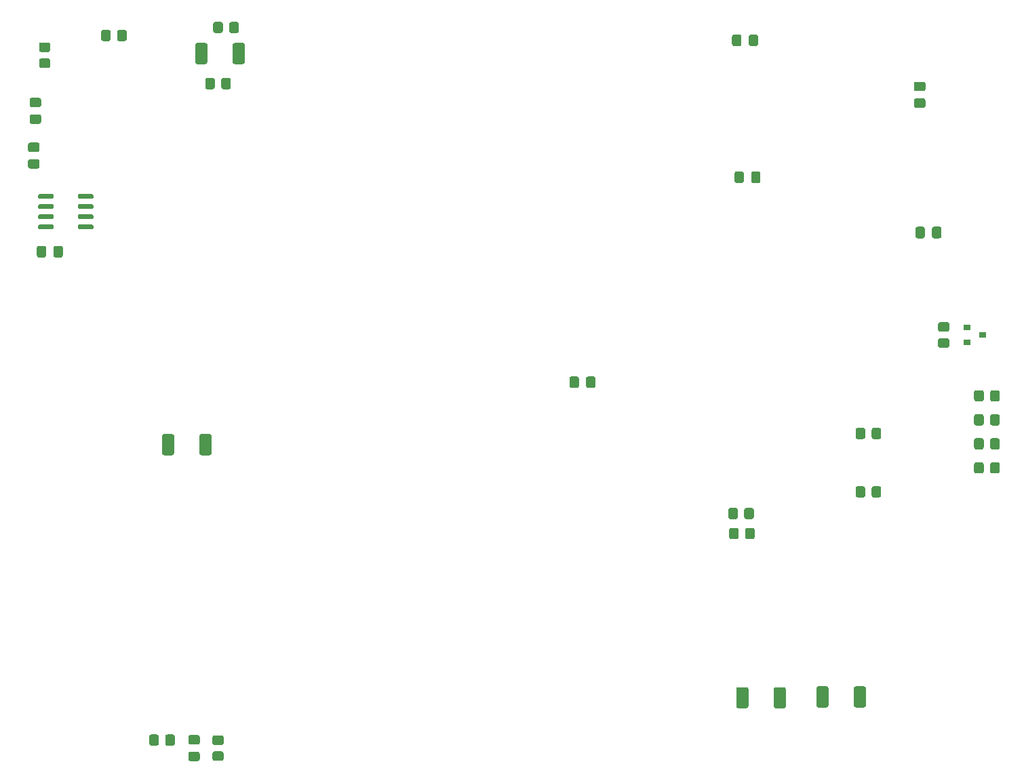
<source format=gbr>
%TF.GenerationSoftware,KiCad,Pcbnew,(5.1.10)-1*%
%TF.CreationDate,2022-09-19T20:48:06-07:00*%
%TF.ProjectId,MPPT_1KW_ESP32_ggmV3,4d505054-5f31-44b5-975f-45535033325f,rev?*%
%TF.SameCoordinates,Original*%
%TF.FileFunction,Paste,Bot*%
%TF.FilePolarity,Positive*%
%FSLAX46Y46*%
G04 Gerber Fmt 4.6, Leading zero omitted, Abs format (unit mm)*
G04 Created by KiCad (PCBNEW (5.1.10)-1) date 2022-09-19 20:48:06*
%MOMM*%
%LPD*%
G01*
G04 APERTURE LIST*
%ADD10R,0.900000X0.800000*%
G04 APERTURE END LIST*
%TO.C,C25*%
G36*
G01*
X204150000Y-102074725D02*
X204150000Y-101125275D01*
G75*
G02*
X204400275Y-100875000I250275J0D01*
G01*
X205074725Y-100875000D01*
G75*
G02*
X205325000Y-101125275I0J-250275D01*
G01*
X205325000Y-102074725D01*
G75*
G02*
X205074725Y-102325000I-250275J0D01*
G01*
X204400275Y-102325000D01*
G75*
G02*
X204150000Y-102074725I0J250275D01*
G01*
G37*
G36*
G01*
X202075000Y-102075000D02*
X202075000Y-101125000D01*
G75*
G02*
X202325000Y-100875000I250000J0D01*
G01*
X203000000Y-100875000D01*
G75*
G02*
X203250000Y-101125000I0J-250000D01*
G01*
X203250000Y-102075000D01*
G75*
G02*
X203000000Y-102325000I-250000J0D01*
G01*
X202325000Y-102325000D01*
G75*
G02*
X202075000Y-102075000I0J250000D01*
G01*
G37*
%TD*%
%TO.C,C24*%
G36*
G01*
X203074725Y-83950000D02*
X202125275Y-83950000D01*
G75*
G02*
X201875000Y-83699725I0J250275D01*
G01*
X201875000Y-83025275D01*
G75*
G02*
X202125275Y-82775000I250275J0D01*
G01*
X203074725Y-82775000D01*
G75*
G02*
X203325000Y-83025275I0J-250275D01*
G01*
X203325000Y-83699725D01*
G75*
G02*
X203074725Y-83950000I-250275J0D01*
G01*
G37*
G36*
G01*
X203074725Y-86025000D02*
X202125275Y-86025000D01*
G75*
G02*
X201875000Y-85774725I0J250275D01*
G01*
X201875000Y-85100275D01*
G75*
G02*
X202125275Y-84850000I250275J0D01*
G01*
X203074725Y-84850000D01*
G75*
G02*
X203325000Y-85100275I0J-250275D01*
G01*
X203325000Y-85774725D01*
G75*
G02*
X203074725Y-86025000I-250275J0D01*
G01*
G37*
%TD*%
%TO.C,C23*%
G36*
G01*
X181550000Y-95174725D02*
X181550000Y-94225275D01*
G75*
G02*
X181800275Y-93975000I250275J0D01*
G01*
X182474725Y-93975000D01*
G75*
G02*
X182725000Y-94225275I0J-250275D01*
G01*
X182725000Y-95174725D01*
G75*
G02*
X182474725Y-95425000I-250275J0D01*
G01*
X181800275Y-95425000D01*
G75*
G02*
X181550000Y-95174725I0J250275D01*
G01*
G37*
G36*
G01*
X179475000Y-95175000D02*
X179475000Y-94225000D01*
G75*
G02*
X179725000Y-93975000I250000J0D01*
G01*
X180400000Y-93975000D01*
G75*
G02*
X180650000Y-94225000I0J-250000D01*
G01*
X180650000Y-95175000D01*
G75*
G02*
X180400000Y-95425000I-250000J0D01*
G01*
X179725000Y-95425000D01*
G75*
G02*
X179475000Y-95175000I0J250000D01*
G01*
G37*
%TD*%
%TO.C,C22*%
G36*
G01*
X181250000Y-78074725D02*
X181250000Y-77125275D01*
G75*
G02*
X181500275Y-76875000I250275J0D01*
G01*
X182174725Y-76875000D01*
G75*
G02*
X182425000Y-77125275I0J-250275D01*
G01*
X182425000Y-78074725D01*
G75*
G02*
X182174725Y-78325000I-250275J0D01*
G01*
X181500275Y-78325000D01*
G75*
G02*
X181250000Y-78074725I0J250275D01*
G01*
G37*
G36*
G01*
X179175000Y-78075000D02*
X179175000Y-77125000D01*
G75*
G02*
X179425000Y-76875000I250000J0D01*
G01*
X180100000Y-76875000D01*
G75*
G02*
X180350000Y-77125000I0J-250000D01*
G01*
X180350000Y-78075000D01*
G75*
G02*
X180100000Y-78325000I-250000J0D01*
G01*
X179425000Y-78325000D01*
G75*
G02*
X179175000Y-78075000I0J250000D01*
G01*
G37*
%TD*%
%TO.C,D6*%
G36*
G01*
X191225000Y-158524999D02*
X191225000Y-160675001D01*
G75*
G02*
X190975001Y-160925000I-249999J0D01*
G01*
X189949999Y-160925000D01*
G75*
G02*
X189700000Y-160675001I0J249999D01*
G01*
X189700000Y-158524999D01*
G75*
G02*
X189949999Y-158275000I249999J0D01*
G01*
X190975001Y-158275000D01*
G75*
G02*
X191225000Y-158524999I0J-249999D01*
G01*
G37*
G36*
G01*
X195900000Y-158524999D02*
X195900000Y-160675001D01*
G75*
G02*
X195650001Y-160925000I-249999J0D01*
G01*
X194624999Y-160925000D01*
G75*
G02*
X194375000Y-160675001I0J249999D01*
G01*
X194375000Y-158524999D01*
G75*
G02*
X194624999Y-158275000I249999J0D01*
G01*
X195650001Y-158275000D01*
G75*
G02*
X195900000Y-158524999I0J-249999D01*
G01*
G37*
%TD*%
%TO.C,D5*%
G36*
G01*
X184375000Y-160775001D02*
X184375000Y-158624999D01*
G75*
G02*
X184624999Y-158375000I249999J0D01*
G01*
X185650001Y-158375000D01*
G75*
G02*
X185900000Y-158624999I0J-249999D01*
G01*
X185900000Y-160775001D01*
G75*
G02*
X185650001Y-161025000I-249999J0D01*
G01*
X184624999Y-161025000D01*
G75*
G02*
X184375000Y-160775001I0J249999D01*
G01*
G37*
G36*
G01*
X179700000Y-160775001D02*
X179700000Y-158624999D01*
G75*
G02*
X179949999Y-158375000I249999J0D01*
G01*
X180975001Y-158375000D01*
G75*
G02*
X181225000Y-158624999I0J-249999D01*
G01*
X181225000Y-160775001D01*
G75*
G02*
X180975001Y-161025000I-249999J0D01*
G01*
X179949999Y-161025000D01*
G75*
G02*
X179700000Y-160775001I0J249999D01*
G01*
G37*
%TD*%
%TO.C,C2*%
G36*
G01*
X94450000Y-104475000D02*
X94450000Y-103525000D01*
G75*
G02*
X94700000Y-103275000I250000J0D01*
G01*
X95375000Y-103275000D01*
G75*
G02*
X95625000Y-103525000I0J-250000D01*
G01*
X95625000Y-104475000D01*
G75*
G02*
X95375000Y-104725000I-250000J0D01*
G01*
X94700000Y-104725000D01*
G75*
G02*
X94450000Y-104475000I0J250000D01*
G01*
G37*
G36*
G01*
X92375000Y-104475000D02*
X92375000Y-103525000D01*
G75*
G02*
X92625000Y-103275000I250000J0D01*
G01*
X93300000Y-103275000D01*
G75*
G02*
X93550000Y-103525000I0J-250000D01*
G01*
X93550000Y-104475000D01*
G75*
G02*
X93300000Y-104725000I-250000J0D01*
G01*
X92625000Y-104725000D01*
G75*
G02*
X92375000Y-104475000I0J250000D01*
G01*
G37*
%TD*%
%TO.C,D8*%
G36*
G01*
X109525000Y-127025100D02*
X109525000Y-129174900D01*
G75*
G02*
X109274900Y-129425000I-250100J0D01*
G01*
X108250100Y-129425000D01*
G75*
G02*
X108000000Y-129174900I0J250100D01*
G01*
X108000000Y-127025100D01*
G75*
G02*
X108250100Y-126775000I250100J0D01*
G01*
X109274900Y-126775000D01*
G75*
G02*
X109525000Y-127025100I0J-250100D01*
G01*
G37*
G36*
G01*
X114200000Y-127024999D02*
X114200000Y-129175001D01*
G75*
G02*
X113950001Y-129425000I-249999J0D01*
G01*
X112924999Y-129425000D01*
G75*
G02*
X112675000Y-129175001I0J249999D01*
G01*
X112675000Y-127024999D01*
G75*
G02*
X112924999Y-126775000I249999J0D01*
G01*
X113950001Y-126775000D01*
G75*
G02*
X114200000Y-127024999I0J-249999D01*
G01*
G37*
%TD*%
%TO.C,D1*%
G36*
G01*
X113675000Y-78174999D02*
X113675000Y-80325001D01*
G75*
G02*
X113425001Y-80575000I-249999J0D01*
G01*
X112399999Y-80575000D01*
G75*
G02*
X112150000Y-80325001I0J249999D01*
G01*
X112150000Y-78174999D01*
G75*
G02*
X112399999Y-77925000I249999J0D01*
G01*
X113425001Y-77925000D01*
G75*
G02*
X113675000Y-78174999I0J-249999D01*
G01*
G37*
G36*
G01*
X118350000Y-78174999D02*
X118350000Y-80325001D01*
G75*
G02*
X118100001Y-80575000I-249999J0D01*
G01*
X117074999Y-80575000D01*
G75*
G02*
X116825000Y-80325001I0J249999D01*
G01*
X116825000Y-78174999D01*
G75*
G02*
X117074999Y-77925000I249999J0D01*
G01*
X118100001Y-77925000D01*
G75*
G02*
X118350000Y-78174999I0J-249999D01*
G01*
G37*
%TD*%
%TO.C,R30*%
G36*
G01*
X196600000Y-134450001D02*
X196600000Y-133549999D01*
G75*
G02*
X196849999Y-133300000I249999J0D01*
G01*
X197550001Y-133300000D01*
G75*
G02*
X197800000Y-133549999I0J-249999D01*
G01*
X197800000Y-134450001D01*
G75*
G02*
X197550001Y-134700000I-249999J0D01*
G01*
X196849999Y-134700000D01*
G75*
G02*
X196600000Y-134450001I0J249999D01*
G01*
G37*
G36*
G01*
X194600000Y-134450001D02*
X194600000Y-133549999D01*
G75*
G02*
X194849999Y-133300000I249999J0D01*
G01*
X195550001Y-133300000D01*
G75*
G02*
X195800000Y-133549999I0J-249999D01*
G01*
X195800000Y-134450001D01*
G75*
G02*
X195550001Y-134700000I-249999J0D01*
G01*
X194849999Y-134700000D01*
G75*
G02*
X194600000Y-134450001I0J249999D01*
G01*
G37*
%TD*%
%TO.C,R29*%
G36*
G01*
X196600000Y-127150001D02*
X196600000Y-126249999D01*
G75*
G02*
X196849999Y-126000000I249999J0D01*
G01*
X197550001Y-126000000D01*
G75*
G02*
X197800000Y-126249999I0J-249999D01*
G01*
X197800000Y-127150001D01*
G75*
G02*
X197550001Y-127400000I-249999J0D01*
G01*
X196849999Y-127400000D01*
G75*
G02*
X196600000Y-127150001I0J249999D01*
G01*
G37*
G36*
G01*
X194600000Y-127150001D02*
X194600000Y-126249999D01*
G75*
G02*
X194849999Y-126000000I249999J0D01*
G01*
X195550001Y-126000000D01*
G75*
G02*
X195800000Y-126249999I0J-249999D01*
G01*
X195800000Y-127150001D01*
G75*
G02*
X195550001Y-127400000I-249999J0D01*
G01*
X194849999Y-127400000D01*
G75*
G02*
X194600000Y-127150001I0J249999D01*
G01*
G37*
%TD*%
%TO.C,R28*%
G36*
G01*
X211400000Y-131450001D02*
X211400000Y-130549999D01*
G75*
G02*
X211649999Y-130300000I249999J0D01*
G01*
X212350001Y-130300000D01*
G75*
G02*
X212600000Y-130549999I0J-249999D01*
G01*
X212600000Y-131450001D01*
G75*
G02*
X212350001Y-131700000I-249999J0D01*
G01*
X211649999Y-131700000D01*
G75*
G02*
X211400000Y-131450001I0J249999D01*
G01*
G37*
G36*
G01*
X209400000Y-131450001D02*
X209400000Y-130549999D01*
G75*
G02*
X209649999Y-130300000I249999J0D01*
G01*
X210350001Y-130300000D01*
G75*
G02*
X210600000Y-130549999I0J-249999D01*
G01*
X210600000Y-131450001D01*
G75*
G02*
X210350001Y-131700000I-249999J0D01*
G01*
X209649999Y-131700000D01*
G75*
G02*
X209400000Y-131450001I0J249999D01*
G01*
G37*
%TD*%
%TO.C,R27*%
G36*
G01*
X211400000Y-128450001D02*
X211400000Y-127549999D01*
G75*
G02*
X211649999Y-127300000I249999J0D01*
G01*
X212350001Y-127300000D01*
G75*
G02*
X212600000Y-127549999I0J-249999D01*
G01*
X212600000Y-128450001D01*
G75*
G02*
X212350001Y-128700000I-249999J0D01*
G01*
X211649999Y-128700000D01*
G75*
G02*
X211400000Y-128450001I0J249999D01*
G01*
G37*
G36*
G01*
X209400000Y-128450001D02*
X209400000Y-127549999D01*
G75*
G02*
X209649999Y-127300000I249999J0D01*
G01*
X210350001Y-127300000D01*
G75*
G02*
X210600000Y-127549999I0J-249999D01*
G01*
X210600000Y-128450001D01*
G75*
G02*
X210350001Y-128700000I-249999J0D01*
G01*
X209649999Y-128700000D01*
G75*
G02*
X209400000Y-128450001I0J249999D01*
G01*
G37*
%TD*%
%TO.C,R26*%
G36*
G01*
X211400000Y-125450001D02*
X211400000Y-124549999D01*
G75*
G02*
X211649999Y-124300000I249999J0D01*
G01*
X212350001Y-124300000D01*
G75*
G02*
X212600000Y-124549999I0J-249999D01*
G01*
X212600000Y-125450001D01*
G75*
G02*
X212350001Y-125700000I-249999J0D01*
G01*
X211649999Y-125700000D01*
G75*
G02*
X211400000Y-125450001I0J249999D01*
G01*
G37*
G36*
G01*
X209400000Y-125450001D02*
X209400000Y-124549999D01*
G75*
G02*
X209649999Y-124300000I249999J0D01*
G01*
X210350001Y-124300000D01*
G75*
G02*
X210600000Y-124549999I0J-249999D01*
G01*
X210600000Y-125450001D01*
G75*
G02*
X210350001Y-125700000I-249999J0D01*
G01*
X209649999Y-125700000D01*
G75*
G02*
X209400000Y-125450001I0J249999D01*
G01*
G37*
%TD*%
%TO.C,R25*%
G36*
G01*
X211400000Y-122450001D02*
X211400000Y-121549999D01*
G75*
G02*
X211649999Y-121300000I249999J0D01*
G01*
X212350001Y-121300000D01*
G75*
G02*
X212600000Y-121549999I0J-249999D01*
G01*
X212600000Y-122450001D01*
G75*
G02*
X212350001Y-122700000I-249999J0D01*
G01*
X211649999Y-122700000D01*
G75*
G02*
X211400000Y-122450001I0J249999D01*
G01*
G37*
G36*
G01*
X209400000Y-122450001D02*
X209400000Y-121549999D01*
G75*
G02*
X209649999Y-121300000I249999J0D01*
G01*
X210350001Y-121300000D01*
G75*
G02*
X210600000Y-121549999I0J-249999D01*
G01*
X210600000Y-122450001D01*
G75*
G02*
X210350001Y-122700000I-249999J0D01*
G01*
X209649999Y-122700000D01*
G75*
G02*
X209400000Y-122450001I0J249999D01*
G01*
G37*
%TD*%
%TO.C,R14*%
G36*
G01*
X206050001Y-114000000D02*
X205149999Y-114000000D01*
G75*
G02*
X204900000Y-113750001I0J249999D01*
G01*
X204900000Y-113049999D01*
G75*
G02*
X205149999Y-112800000I249999J0D01*
G01*
X206050001Y-112800000D01*
G75*
G02*
X206300000Y-113049999I0J-249999D01*
G01*
X206300000Y-113750001D01*
G75*
G02*
X206050001Y-114000000I-249999J0D01*
G01*
G37*
G36*
G01*
X206050001Y-116000000D02*
X205149999Y-116000000D01*
G75*
G02*
X204900000Y-115750001I0J249999D01*
G01*
X204900000Y-115049999D01*
G75*
G02*
X205149999Y-114800000I249999J0D01*
G01*
X206050001Y-114800000D01*
G75*
G02*
X206300000Y-115049999I0J-249999D01*
G01*
X206300000Y-115750001D01*
G75*
G02*
X206050001Y-116000000I-249999J0D01*
G01*
G37*
%TD*%
D10*
%TO.C,Q5*%
X210500000Y-114400000D03*
X208500000Y-113450000D03*
X208500000Y-115350000D03*
%TD*%
%TO.C,U1*%
G36*
G01*
X94500000Y-96945000D02*
X94500000Y-97245000D01*
G75*
G02*
X94350000Y-97395000I-150000J0D01*
G01*
X92700000Y-97395000D01*
G75*
G02*
X92550000Y-97245000I0J150000D01*
G01*
X92550000Y-96945000D01*
G75*
G02*
X92700000Y-96795000I150000J0D01*
G01*
X94350000Y-96795000D01*
G75*
G02*
X94500000Y-96945000I0J-150000D01*
G01*
G37*
G36*
G01*
X94500000Y-98215000D02*
X94500000Y-98515000D01*
G75*
G02*
X94350000Y-98665000I-150000J0D01*
G01*
X92700000Y-98665000D01*
G75*
G02*
X92550000Y-98515000I0J150000D01*
G01*
X92550000Y-98215000D01*
G75*
G02*
X92700000Y-98065000I150000J0D01*
G01*
X94350000Y-98065000D01*
G75*
G02*
X94500000Y-98215000I0J-150000D01*
G01*
G37*
G36*
G01*
X94500000Y-99485000D02*
X94500000Y-99785000D01*
G75*
G02*
X94350000Y-99935000I-150000J0D01*
G01*
X92700000Y-99935000D01*
G75*
G02*
X92550000Y-99785000I0J150000D01*
G01*
X92550000Y-99485000D01*
G75*
G02*
X92700000Y-99335000I150000J0D01*
G01*
X94350000Y-99335000D01*
G75*
G02*
X94500000Y-99485000I0J-150000D01*
G01*
G37*
G36*
G01*
X94500000Y-100755000D02*
X94500000Y-101055000D01*
G75*
G02*
X94350000Y-101205000I-150000J0D01*
G01*
X92700000Y-101205000D01*
G75*
G02*
X92550000Y-101055000I0J150000D01*
G01*
X92550000Y-100755000D01*
G75*
G02*
X92700000Y-100605000I150000J0D01*
G01*
X94350000Y-100605000D01*
G75*
G02*
X94500000Y-100755000I0J-150000D01*
G01*
G37*
G36*
G01*
X99450000Y-100755000D02*
X99450000Y-101055000D01*
G75*
G02*
X99300000Y-101205000I-150000J0D01*
G01*
X97650000Y-101205000D01*
G75*
G02*
X97500000Y-101055000I0J150000D01*
G01*
X97500000Y-100755000D01*
G75*
G02*
X97650000Y-100605000I150000J0D01*
G01*
X99300000Y-100605000D01*
G75*
G02*
X99450000Y-100755000I0J-150000D01*
G01*
G37*
G36*
G01*
X99450000Y-99485000D02*
X99450000Y-99785000D01*
G75*
G02*
X99300000Y-99935000I-150000J0D01*
G01*
X97650000Y-99935000D01*
G75*
G02*
X97500000Y-99785000I0J150000D01*
G01*
X97500000Y-99485000D01*
G75*
G02*
X97650000Y-99335000I150000J0D01*
G01*
X99300000Y-99335000D01*
G75*
G02*
X99450000Y-99485000I0J-150000D01*
G01*
G37*
G36*
G01*
X99450000Y-98215000D02*
X99450000Y-98515000D01*
G75*
G02*
X99300000Y-98665000I-150000J0D01*
G01*
X97650000Y-98665000D01*
G75*
G02*
X97500000Y-98515000I0J150000D01*
G01*
X97500000Y-98215000D01*
G75*
G02*
X97650000Y-98065000I150000J0D01*
G01*
X99300000Y-98065000D01*
G75*
G02*
X99450000Y-98215000I0J-150000D01*
G01*
G37*
G36*
G01*
X99450000Y-96945000D02*
X99450000Y-97245000D01*
G75*
G02*
X99300000Y-97395000I-150000J0D01*
G01*
X97650000Y-97395000D01*
G75*
G02*
X97500000Y-97245000I0J150000D01*
G01*
X97500000Y-96945000D01*
G75*
G02*
X97650000Y-96795000I150000J0D01*
G01*
X99300000Y-96795000D01*
G75*
G02*
X99450000Y-96945000I0J-150000D01*
G01*
G37*
%TD*%
%TO.C,R37*%
G36*
G01*
X102400000Y-77450001D02*
X102400000Y-76549999D01*
G75*
G02*
X102649999Y-76300000I249999J0D01*
G01*
X103350001Y-76300000D01*
G75*
G02*
X103600000Y-76549999I0J-249999D01*
G01*
X103600000Y-77450001D01*
G75*
G02*
X103350001Y-77700000I-249999J0D01*
G01*
X102649999Y-77700000D01*
G75*
G02*
X102400000Y-77450001I0J249999D01*
G01*
G37*
G36*
G01*
X100400000Y-77450001D02*
X100400000Y-76549999D01*
G75*
G02*
X100649999Y-76300000I249999J0D01*
G01*
X101350001Y-76300000D01*
G75*
G02*
X101600000Y-76549999I0J-249999D01*
G01*
X101600000Y-77450001D01*
G75*
G02*
X101350001Y-77700000I-249999J0D01*
G01*
X100649999Y-77700000D01*
G75*
G02*
X100400000Y-77450001I0J249999D01*
G01*
G37*
%TD*%
%TO.C,R20*%
G36*
G01*
X180700000Y-137150001D02*
X180700000Y-136249999D01*
G75*
G02*
X180949999Y-136000000I249999J0D01*
G01*
X181650001Y-136000000D01*
G75*
G02*
X181900000Y-136249999I0J-249999D01*
G01*
X181900000Y-137150001D01*
G75*
G02*
X181650001Y-137400000I-249999J0D01*
G01*
X180949999Y-137400000D01*
G75*
G02*
X180700000Y-137150001I0J249999D01*
G01*
G37*
G36*
G01*
X178700000Y-137150001D02*
X178700000Y-136249999D01*
G75*
G02*
X178949999Y-136000000I249999J0D01*
G01*
X179650001Y-136000000D01*
G75*
G02*
X179900000Y-136249999I0J-249999D01*
G01*
X179900000Y-137150001D01*
G75*
G02*
X179650001Y-137400000I-249999J0D01*
G01*
X178949999Y-137400000D01*
G75*
G02*
X178700000Y-137150001I0J249999D01*
G01*
G37*
%TD*%
%TO.C,R13*%
G36*
G01*
X180800000Y-139650001D02*
X180800000Y-138749999D01*
G75*
G02*
X181049999Y-138500000I249999J0D01*
G01*
X181750001Y-138500000D01*
G75*
G02*
X182000000Y-138749999I0J-249999D01*
G01*
X182000000Y-139650001D01*
G75*
G02*
X181750001Y-139900000I-249999J0D01*
G01*
X181049999Y-139900000D01*
G75*
G02*
X180800000Y-139650001I0J249999D01*
G01*
G37*
G36*
G01*
X178800000Y-139650001D02*
X178800000Y-138749999D01*
G75*
G02*
X179049999Y-138500000I249999J0D01*
G01*
X179750001Y-138500000D01*
G75*
G02*
X180000000Y-138749999I0J-249999D01*
G01*
X180000000Y-139650001D01*
G75*
G02*
X179750001Y-139900000I-249999J0D01*
G01*
X179049999Y-139900000D01*
G75*
G02*
X178800000Y-139650001I0J249999D01*
G01*
G37*
%TD*%
%TO.C,R9*%
G36*
G01*
X115400000Y-83450001D02*
X115400000Y-82549999D01*
G75*
G02*
X115649999Y-82300000I249999J0D01*
G01*
X116350001Y-82300000D01*
G75*
G02*
X116600000Y-82549999I0J-249999D01*
G01*
X116600000Y-83450001D01*
G75*
G02*
X116350001Y-83700000I-249999J0D01*
G01*
X115649999Y-83700000D01*
G75*
G02*
X115400000Y-83450001I0J249999D01*
G01*
G37*
G36*
G01*
X113400000Y-83450001D02*
X113400000Y-82549999D01*
G75*
G02*
X113649999Y-82300000I249999J0D01*
G01*
X114350001Y-82300000D01*
G75*
G02*
X114600000Y-82549999I0J-249999D01*
G01*
X114600000Y-83450001D01*
G75*
G02*
X114350001Y-83700000I-249999J0D01*
G01*
X113649999Y-83700000D01*
G75*
G02*
X113400000Y-83450001I0J249999D01*
G01*
G37*
%TD*%
%TO.C,R8*%
G36*
G01*
X116400000Y-76450001D02*
X116400000Y-75549999D01*
G75*
G02*
X116649999Y-75300000I249999J0D01*
G01*
X117350001Y-75300000D01*
G75*
G02*
X117600000Y-75549999I0J-249999D01*
G01*
X117600000Y-76450001D01*
G75*
G02*
X117350001Y-76700000I-249999J0D01*
G01*
X116649999Y-76700000D01*
G75*
G02*
X116400000Y-76450001I0J249999D01*
G01*
G37*
G36*
G01*
X114400000Y-76450001D02*
X114400000Y-75549999D01*
G75*
G02*
X114649999Y-75300000I249999J0D01*
G01*
X115350001Y-75300000D01*
G75*
G02*
X115600000Y-75549999I0J-249999D01*
G01*
X115600000Y-76450001D01*
G75*
G02*
X115350001Y-76700000I-249999J0D01*
G01*
X114649999Y-76700000D01*
G75*
G02*
X114400000Y-76450001I0J249999D01*
G01*
G37*
%TD*%
%TO.C,R6*%
G36*
G01*
X93810001Y-79060000D02*
X92909999Y-79060000D01*
G75*
G02*
X92660000Y-78810001I0J249999D01*
G01*
X92660000Y-78109999D01*
G75*
G02*
X92909999Y-77860000I249999J0D01*
G01*
X93810001Y-77860000D01*
G75*
G02*
X94060000Y-78109999I0J-249999D01*
G01*
X94060000Y-78810001D01*
G75*
G02*
X93810001Y-79060000I-249999J0D01*
G01*
G37*
G36*
G01*
X93810001Y-81060000D02*
X92909999Y-81060000D01*
G75*
G02*
X92660000Y-80810001I0J249999D01*
G01*
X92660000Y-80109999D01*
G75*
G02*
X92909999Y-79860000I249999J0D01*
G01*
X93810001Y-79860000D01*
G75*
G02*
X94060000Y-80109999I0J-249999D01*
G01*
X94060000Y-80810001D01*
G75*
G02*
X93810001Y-81060000I-249999J0D01*
G01*
G37*
%TD*%
%TO.C,R2*%
G36*
G01*
X114549999Y-166400000D02*
X115450001Y-166400000D01*
G75*
G02*
X115700000Y-166649999I0J-249999D01*
G01*
X115700000Y-167350001D01*
G75*
G02*
X115450001Y-167600000I-249999J0D01*
G01*
X114549999Y-167600000D01*
G75*
G02*
X114300000Y-167350001I0J249999D01*
G01*
X114300000Y-166649999D01*
G75*
G02*
X114549999Y-166400000I249999J0D01*
G01*
G37*
G36*
G01*
X114549999Y-164400000D02*
X115450001Y-164400000D01*
G75*
G02*
X115700000Y-164649999I0J-249999D01*
G01*
X115700000Y-165350001D01*
G75*
G02*
X115450001Y-165600000I-249999J0D01*
G01*
X114549999Y-165600000D01*
G75*
G02*
X114300000Y-165350001I0J249999D01*
G01*
X114300000Y-164649999D01*
G75*
G02*
X114549999Y-164400000I249999J0D01*
G01*
G37*
%TD*%
%TO.C,R1*%
G36*
G01*
X108400000Y-165450001D02*
X108400000Y-164549999D01*
G75*
G02*
X108649999Y-164300000I249999J0D01*
G01*
X109350001Y-164300000D01*
G75*
G02*
X109600000Y-164549999I0J-249999D01*
G01*
X109600000Y-165450001D01*
G75*
G02*
X109350001Y-165700000I-249999J0D01*
G01*
X108649999Y-165700000D01*
G75*
G02*
X108400000Y-165450001I0J249999D01*
G01*
G37*
G36*
G01*
X106400000Y-165450001D02*
X106400000Y-164549999D01*
G75*
G02*
X106649999Y-164300000I249999J0D01*
G01*
X107350001Y-164300000D01*
G75*
G02*
X107600000Y-164549999I0J-249999D01*
G01*
X107600000Y-165450001D01*
G75*
G02*
X107350001Y-165700000I-249999J0D01*
G01*
X106649999Y-165700000D01*
G75*
G02*
X106400000Y-165450001I0J249999D01*
G01*
G37*
%TD*%
%TO.C,C20*%
G36*
G01*
X160950000Y-120775000D02*
X160950000Y-119825000D01*
G75*
G02*
X161200000Y-119575000I250000J0D01*
G01*
X161875000Y-119575000D01*
G75*
G02*
X162125000Y-119825000I0J-250000D01*
G01*
X162125000Y-120775000D01*
G75*
G02*
X161875000Y-121025000I-250000J0D01*
G01*
X161200000Y-121025000D01*
G75*
G02*
X160950000Y-120775000I0J250000D01*
G01*
G37*
G36*
G01*
X158875000Y-120775000D02*
X158875000Y-119825000D01*
G75*
G02*
X159125000Y-119575000I250000J0D01*
G01*
X159800000Y-119575000D01*
G75*
G02*
X160050000Y-119825000I0J-250000D01*
G01*
X160050000Y-120775000D01*
G75*
G02*
X159800000Y-121025000I-250000J0D01*
G01*
X159125000Y-121025000D01*
G75*
G02*
X158875000Y-120775000I0J250000D01*
G01*
G37*
%TD*%
%TO.C,C4*%
G36*
G01*
X92675000Y-85950000D02*
X91725000Y-85950000D01*
G75*
G02*
X91475000Y-85700000I0J250000D01*
G01*
X91475000Y-85025000D01*
G75*
G02*
X91725000Y-84775000I250000J0D01*
G01*
X92675000Y-84775000D01*
G75*
G02*
X92925000Y-85025000I0J-250000D01*
G01*
X92925000Y-85700000D01*
G75*
G02*
X92675000Y-85950000I-250000J0D01*
G01*
G37*
G36*
G01*
X92675000Y-88025000D02*
X91725000Y-88025000D01*
G75*
G02*
X91475000Y-87775000I0J250000D01*
G01*
X91475000Y-87100000D01*
G75*
G02*
X91725000Y-86850000I250000J0D01*
G01*
X92675000Y-86850000D01*
G75*
G02*
X92925000Y-87100000I0J-250000D01*
G01*
X92925000Y-87775000D01*
G75*
G02*
X92675000Y-88025000I-250000J0D01*
G01*
G37*
%TD*%
%TO.C,C3*%
G36*
G01*
X92475000Y-91550000D02*
X91525000Y-91550000D01*
G75*
G02*
X91275000Y-91300000I0J250000D01*
G01*
X91275000Y-90625000D01*
G75*
G02*
X91525000Y-90375000I250000J0D01*
G01*
X92475000Y-90375000D01*
G75*
G02*
X92725000Y-90625000I0J-250000D01*
G01*
X92725000Y-91300000D01*
G75*
G02*
X92475000Y-91550000I-250000J0D01*
G01*
G37*
G36*
G01*
X92475000Y-93625000D02*
X91525000Y-93625000D01*
G75*
G02*
X91275000Y-93375000I0J250000D01*
G01*
X91275000Y-92700000D01*
G75*
G02*
X91525000Y-92450000I250000J0D01*
G01*
X92475000Y-92450000D01*
G75*
G02*
X92725000Y-92700000I0J-250000D01*
G01*
X92725000Y-93375000D01*
G75*
G02*
X92475000Y-93625000I-250000J0D01*
G01*
G37*
%TD*%
%TO.C,C1*%
G36*
G01*
X111525000Y-166450000D02*
X112475000Y-166450000D01*
G75*
G02*
X112725000Y-166700000I0J-250000D01*
G01*
X112725000Y-167375000D01*
G75*
G02*
X112475000Y-167625000I-250000J0D01*
G01*
X111525000Y-167625000D01*
G75*
G02*
X111275000Y-167375000I0J250000D01*
G01*
X111275000Y-166700000D01*
G75*
G02*
X111525000Y-166450000I250000J0D01*
G01*
G37*
G36*
G01*
X111525000Y-164375000D02*
X112475000Y-164375000D01*
G75*
G02*
X112725000Y-164625000I0J-250000D01*
G01*
X112725000Y-165300000D01*
G75*
G02*
X112475000Y-165550000I-250000J0D01*
G01*
X111525000Y-165550000D01*
G75*
G02*
X111275000Y-165300000I0J250000D01*
G01*
X111275000Y-164625000D01*
G75*
G02*
X111525000Y-164375000I250000J0D01*
G01*
G37*
%TD*%
M02*

</source>
